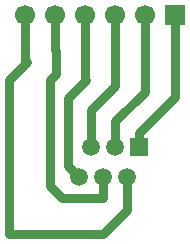
<source format=gbr>
%TF.GenerationSoftware,KiCad,Pcbnew,9.0.3*%
%TF.CreationDate,2025-07-26T18:17:39+02:00*%
%TF.ProjectId,ports_for_motors,706f7274-735f-4666-9f72-5f6d6f746f72,rev?*%
%TF.SameCoordinates,Original*%
%TF.FileFunction,Copper,L1,Top*%
%TF.FilePolarity,Positive*%
%FSLAX46Y46*%
G04 Gerber Fmt 4.6, Leading zero omitted, Abs format (unit mm)*
G04 Created by KiCad (PCBNEW 9.0.3) date 2025-07-26 18:17:39*
%MOMM*%
%LPD*%
G01*
G04 APERTURE LIST*
%TA.AperFunction,ComponentPad*%
%ADD10R,1.700000X1.700000*%
%TD*%
%TA.AperFunction,ComponentPad*%
%ADD11C,1.700000*%
%TD*%
%TA.AperFunction,ComponentPad*%
%ADD12R,1.520000X1.520000*%
%TD*%
%TA.AperFunction,ComponentPad*%
%ADD13C,1.520000*%
%TD*%
%TA.AperFunction,Conductor*%
%ADD14C,0.750000*%
%TD*%
G04 APERTURE END LIST*
D10*
%TO.P,J2,1,Pin_1*%
%TO.N,Net-(J2-Pin_1)*%
X37080000Y-21500000D03*
D11*
%TO.P,J2,2,Pin_2*%
%TO.N,Net-(J2-Pin_2)*%
X34540000Y-21500000D03*
%TO.P,J2,3,Pin_3*%
%TO.N,Net-(J2-Pin_3)*%
X32000000Y-21500000D03*
%TO.P,J2,4,Pin_4*%
%TO.N,Net-(J2-Pin_4)*%
X29460000Y-21500000D03*
%TO.P,J2,5,Pin_5*%
%TO.N,Net-(J2-Pin_5)*%
X26920000Y-21500000D03*
%TO.P,J2,6,Pin_6*%
%TO.N,Net-(J2-Pin_6)*%
X24380000Y-21500000D03*
%TD*%
D12*
%TO.P,J1,1*%
%TO.N,Net-(J2-Pin_1)*%
X34050000Y-32660000D03*
D13*
%TO.P,J1,2*%
%TO.N,Net-(J2-Pin_6)*%
X33030000Y-35200000D03*
%TO.P,J1,3*%
%TO.N,Net-(J2-Pin_2)*%
X32010000Y-32660000D03*
%TO.P,J1,4*%
%TO.N,Net-(J2-Pin_5)*%
X30990000Y-35200000D03*
%TO.P,J1,5*%
%TO.N,Net-(J2-Pin_3)*%
X29970000Y-32660000D03*
%TO.P,J1,6*%
%TO.N,Net-(J2-Pin_4)*%
X28950000Y-35200000D03*
%TD*%
D14*
%TO.N,Net-(J2-Pin_6)*%
X23000000Y-40000000D02*
X23000000Y-27000000D01*
X23000000Y-27000000D02*
X24500000Y-25500000D01*
X33030000Y-35200000D02*
X33030000Y-37970000D01*
X31000000Y-40000000D02*
X23000000Y-40000000D01*
X24380000Y-25380000D02*
X24380000Y-21500000D01*
X24500000Y-25500000D02*
X24380000Y-25380000D01*
X33030000Y-37970000D02*
X31000000Y-40000000D01*
%TO.N,Net-(J2-Pin_5)*%
X31000000Y-35210000D02*
X31000000Y-37000000D01*
X26500000Y-27000000D02*
X27000000Y-26500000D01*
X26920000Y-24420000D02*
X26920000Y-21500000D01*
X31000000Y-37000000D02*
X27511643Y-37000000D01*
X27511643Y-37000000D02*
X26500000Y-35988357D01*
X27000000Y-24500000D02*
X26920000Y-24420000D01*
X26500000Y-35988357D02*
X26500000Y-27000000D01*
X30990000Y-35200000D02*
X31000000Y-35210000D01*
X27000000Y-26500000D02*
X27000000Y-24500000D01*
%TO.N,Net-(J2-Pin_2)*%
X34540000Y-27960000D02*
X34540000Y-21500000D01*
X32010000Y-30490000D02*
X34540000Y-27960000D01*
X32010000Y-32660000D02*
X32010000Y-30490000D01*
%TO.N,Net-(J2-Pin_3)*%
X29970000Y-32660000D02*
X29970000Y-29530000D01*
X32000000Y-27500000D02*
X32000000Y-21500000D01*
X29970000Y-29530000D02*
X32000000Y-27500000D01*
%TO.N,Net-(J2-Pin_1)*%
X37080000Y-28420000D02*
X37080000Y-21500000D01*
X34050000Y-31450000D02*
X37080000Y-28420000D01*
X34050000Y-32660000D02*
X34050000Y-31450000D01*
%TO.N,Net-(J2-Pin_4)*%
X29460000Y-26960000D02*
X29460000Y-21500000D01*
X28000000Y-28500000D02*
X29500000Y-27000000D01*
X28950000Y-35200000D02*
X28000000Y-34250000D01*
X29500000Y-27000000D02*
X29460000Y-26960000D01*
X28000000Y-34250000D02*
X28000000Y-28500000D01*
%TD*%
M02*

</source>
